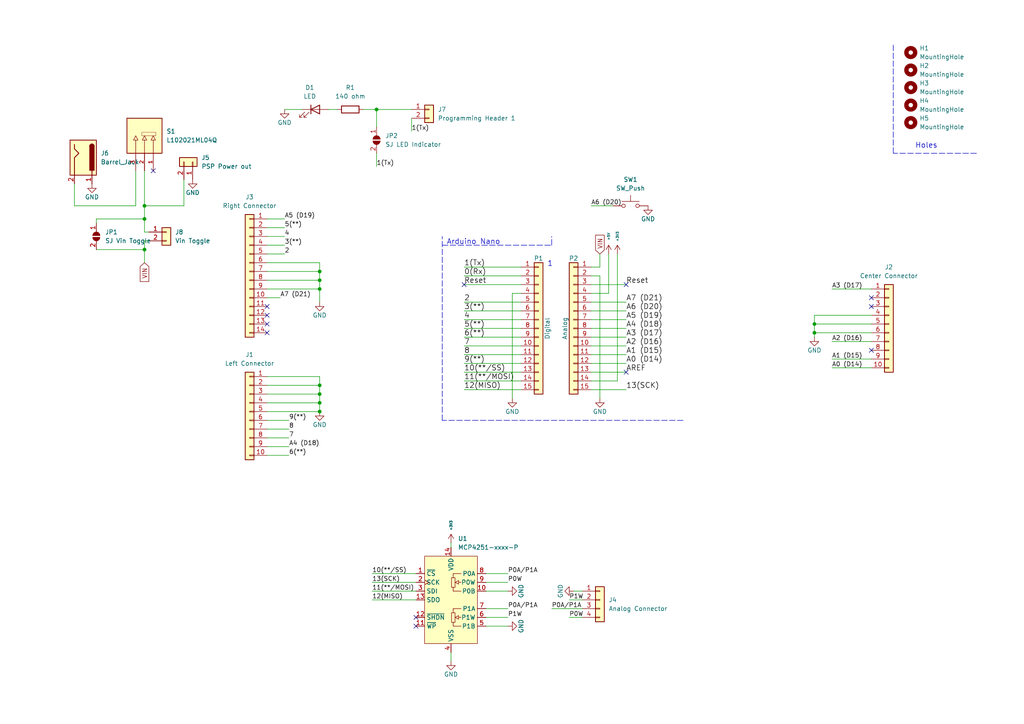
<source format=kicad_sch>
(kicad_sch (version 20211123) (generator eeschema)
  (paper "A4")
  (title_block (date "jeu. 02 avril 2015"))
  (lib_symbols
    (symbol "Connector:Barrel_Jack" (pin_names (offset 1.016))
      (property "Reference" "J" (at 0 5.334 0))
      (property "Value" "Barrel_Jack" (at 0 -5.08 0))
      (symbol "Barrel_Jack_0_1"
        (rectangle (start -5.08 3.81) (end 5.08 -3.81) (stroke (width 0.254)) (fill (type background)))
        (arc (start -3.302 3.175) (mid -3.937 2.54) (end -3.302 1.905) (stroke (width 0.254)))
        (arc (start -3.302 3.175) (mid -3.937 2.54) (end -3.302 1.905) (stroke (width 0.254)) (fill (type outline)))
        (polyline (pts (xy 5.08 2.54) (xy 3.81 2.54)) (stroke (width 0.254)))
        (polyline (pts (xy -3.81 -2.54) (xy -2.54 -2.54) (xy -1.27 -1.27) (xy 0 -2.54) (xy 2.54 -2.54) (xy 5.08 -2.54)) (stroke (width 0.254)))
        (rectangle (start 3.683 3.175) (end -3.302 1.905) (stroke (width 0.254)) (fill (type outline)))
      )
      (symbol "Barrel_Jack_1_1"
        (pin passive line (at 7.62 2.54 180) (length 2.54) (name "~") (number "1"))
        (pin passive line (at 7.62 -2.54 180) (length 2.54) (name "~") (number "2"))
      )
    )
    (symbol "Connector_Generic:Conn_01x02" (pin_names (offset 1.016) hide)
      (property "Reference" "J" (at 0 2.54 0))
      (property "Value" "Conn_01x02" (at 0 -5.08 0))
      (symbol "Conn_01x02_1_1"
        (rectangle (start -1.27 -2.413) (end 0 -2.667) (stroke (width 0.1524)))
        (rectangle (start -1.27 0.127) (end 0 -0.127) (stroke (width 0.1524)))
        (rectangle (start -1.27 1.27) (end 1.27 -3.81) (stroke (width 0.254)) (fill (type background)))
        (pin passive line (at -5.08 0 0) (length 3.81) (name "Pin_1") (number "1"))
        (pin passive line (at -5.08 -2.54 0) (length 3.81) (name "Pin_2") (number "2"))
      )
    )
    (symbol "Connector_Generic:Conn_01x04" (pin_names (offset 1.016) hide)
      (property "Reference" "J" (at 0 5.08 0))
      (property "Value" "Conn_01x04" (at 0 -7.62 0))
      (symbol "Conn_01x04_1_1"
        (rectangle (start -1.27 -4.953) (end 0 -5.207) (stroke (width 0.1524)))
        (rectangle (start -1.27 -2.413) (end 0 -2.667) (stroke (width 0.1524)))
        (rectangle (start -1.27 0.127) (end 0 -0.127) (stroke (width 0.1524)))
        (rectangle (start -1.27 2.667) (end 0 2.413) (stroke (width 0.1524)))
        (rectangle (start -1.27 3.81) (end 1.27 -6.35) (stroke (width 0.254)) (fill (type background)))
        (pin passive line (at -5.08 2.54 0) (length 3.81) (name "Pin_1") (number "1"))
        (pin passive line (at -5.08 0 0) (length 3.81) (name "Pin_2") (number "2"))
        (pin passive line (at -5.08 -2.54 0) (length 3.81) (name "Pin_3") (number "3"))
        (pin passive line (at -5.08 -5.08 0) (length 3.81) (name "Pin_4") (number "4"))
      )
    )
    (symbol "Connector_Generic:Conn_01x10" (pin_names (offset 1.016) hide)
      (property "Reference" "J" (at 0 12.7 0))
      (property "Value" "Conn_01x10" (at 0 -15.24 0))
      (symbol "Conn_01x10_1_1"
        (rectangle (start -1.27 -12.573) (end 0 -12.827) (stroke (width 0.1524)))
        (rectangle (start -1.27 -10.033) (end 0 -10.287) (stroke (width 0.1524)))
        (rectangle (start -1.27 -7.493) (end 0 -7.747) (stroke (width 0.1524)))
        (rectangle (start -1.27 -4.953) (end 0 -5.207) (stroke (width 0.1524)))
        (rectangle (start -1.27 -2.413) (end 0 -2.667) (stroke (width 0.1524)))
        (rectangle (start -1.27 0.127) (end 0 -0.127) (stroke (width 0.1524)))
        (rectangle (start -1.27 2.667) (end 0 2.413) (stroke (width 0.1524)))
        (rectangle (start -1.27 5.207) (end 0 4.953) (stroke (width 0.1524)))
        (rectangle (start -1.27 7.747) (end 0 7.493) (stroke (width 0.1524)))
        (rectangle (start -1.27 10.287) (end 0 10.033) (stroke (width 0.1524)))
        (rectangle (start -1.27 11.43) (end 1.27 -13.97) (stroke (width 0.254)) (fill (type background)))
        (pin passive line (at -5.08 10.16 0) (length 3.81) (name "Pin_1") (number "1"))
        (pin passive line (at -5.08 -12.7 0) (length 3.81) (name "Pin_10") (number "10"))
        (pin passive line (at -5.08 7.62 0) (length 3.81) (name "Pin_2") (number "2"))
        (pin passive line (at -5.08 5.08 0) (length 3.81) (name "Pin_3") (number "3"))
        (pin passive line (at -5.08 2.54 0) (length 3.81) (name "Pin_4") (number "4"))
        (pin passive line (at -5.08 0 0) (length 3.81) (name "Pin_5") (number "5"))
        (pin passive line (at -5.08 -2.54 0) (length 3.81) (name "Pin_6") (number "6"))
        (pin passive line (at -5.08 -5.08 0) (length 3.81) (name "Pin_7") (number "7"))
        (pin passive line (at -5.08 -7.62 0) (length 3.81) (name "Pin_8") (number "8"))
        (pin passive line (at -5.08 -10.16 0) (length 3.81) (name "Pin_9") (number "9"))
      )
    )
    (symbol "Connector_Generic:Conn_01x14" (pin_names (offset 1.016) hide)
      (property "Reference" "J" (at 0 17.78 0))
      (property "Value" "Conn_01x14" (at 0 -20.32 0))
      (symbol "Conn_01x14_1_1"
        (rectangle (start -1.27 -17.653) (end 0 -17.907) (stroke (width 0.1524)))
        (rectangle (start -1.27 -15.113) (end 0 -15.367) (stroke (width 0.1524)))
        (rectangle (start -1.27 -12.573) (end 0 -12.827) (stroke (width 0.1524)))
        (rectangle (start -1.27 -10.033) (end 0 -10.287) (stroke (width 0.1524)))
        (rectangle (start -1.27 -7.493) (end 0 -7.747) (stroke (width 0.1524)))
        (rectangle (start -1.27 -4.953) (end 0 -5.207) (stroke (width 0.1524)))
        (rectangle (start -1.27 -2.413) (end 0 -2.667) (stroke (width 0.1524)))
        (rectangle (start -1.27 0.127) (end 0 -0.127) (stroke (width 0.1524)))
        (rectangle (start -1.27 2.667) (end 0 2.413) (stroke (width 0.1524)))
        (rectangle (start -1.27 5.207) (end 0 4.953) (stroke (width 0.1524)))
        (rectangle (start -1.27 7.747) (end 0 7.493) (stroke (width 0.1524)))
        (rectangle (start -1.27 10.287) (end 0 10.033) (stroke (width 0.1524)))
        (rectangle (start -1.27 12.827) (end 0 12.573) (stroke (width 0.1524)))
        (rectangle (start -1.27 15.367) (end 0 15.113) (stroke (width 0.1524)))
        (rectangle (start -1.27 16.51) (end 1.27 -19.05) (stroke (width 0.254)) (fill (type background)))
        (pin passive line (at -5.08 15.24 0) (length 3.81) (name "Pin_1") (number "1"))
        (pin passive line (at -5.08 -7.62 0) (length 3.81) (name "Pin_10") (number "10"))
        (pin passive line (at -5.08 -10.16 0) (length 3.81) (name "Pin_11") (number "11"))
        (pin passive line (at -5.08 -12.7 0) (length 3.81) (name "Pin_12") (number "12"))
        (pin passive line (at -5.08 -15.24 0) (length 3.81) (name "Pin_13") (number "13"))
        (pin passive line (at -5.08 -17.78 0) (length 3.81) (name "Pin_14") (number "14"))
        (pin passive line (at -5.08 12.7 0) (length 3.81) (name "Pin_2") (number "2"))
        (pin passive line (at -5.08 10.16 0) (length 3.81) (name "Pin_3") (number "3"))
        (pin passive line (at -5.08 7.62 0) (length 3.81) (name "Pin_4") (number "4"))
        (pin passive line (at -5.08 5.08 0) (length 3.81) (name "Pin_5") (number "5"))
        (pin passive line (at -5.08 2.54 0) (length 3.81) (name "Pin_6") (number "6"))
        (pin passive line (at -5.08 0 0) (length 3.81) (name "Pin_7") (number "7"))
        (pin passive line (at -5.08 -2.54 0) (length 3.81) (name "Pin_8") (number "8"))
        (pin passive line (at -5.08 -5.08 0) (length 3.81) (name "Pin_9") (number "9"))
      )
    )
    (symbol "Connector_Generic:Conn_01x15" (pin_names (offset 1.016) hide)
      (property "Reference" "J" (at 0 20.32 0))
      (property "Value" "Conn_01x15" (at 0 -20.32 0))
      (symbol "Conn_01x15_1_1"
        (rectangle (start -1.27 -17.653) (end 0 -17.907) (stroke (width 0.1524)))
        (rectangle (start -1.27 -15.113) (end 0 -15.367) (stroke (width 0.1524)))
        (rectangle (start -1.27 -12.573) (end 0 -12.827) (stroke (width 0.1524)))
        (rectangle (start -1.27 -10.033) (end 0 -10.287) (stroke (width 0.1524)))
        (rectangle (start -1.27 -7.493) (end 0 -7.747) (stroke (width 0.1524)))
        (rectangle (start -1.27 -4.953) (end 0 -5.207) (stroke (width 0.1524)))
        (rectangle (start -1.27 -2.413) (end 0 -2.667) (stroke (width 0.1524)))
        (rectangle (start -1.27 0.127) (end 0 -0.127) (stroke (width 0.1524)))
        (rectangle (start -1.27 2.667) (end 0 2.413) (stroke (width 0.1524)))
        (rectangle (start -1.27 5.207) (end 0 4.953) (stroke (width 0.1524)))
        (rectangle (start -1.27 7.747) (end 0 7.493) (stroke (width 0.1524)))
        (rectangle (start -1.27 10.287) (end 0 10.033) (stroke (width 0.1524)))
        (rectangle (start -1.27 12.827) (end 0 12.573) (stroke (width 0.1524)))
        (rectangle (start -1.27 15.367) (end 0 15.113) (stroke (width 0.1524)))
        (rectangle (start -1.27 17.907) (end 0 17.653) (stroke (width 0.1524)))
        (rectangle (start -1.27 19.05) (end 1.27 -19.05) (stroke (width 0.254)) (fill (type background)))
        (pin passive line (at -5.08 17.78 0) (length 3.81) (name "Pin_1") (number "1"))
        (pin passive line (at -5.08 -5.08 0) (length 3.81) (name "Pin_10") (number "10"))
        (pin passive line (at -5.08 -7.62 0) (length 3.81) (name "Pin_11") (number "11"))
        (pin passive line (at -5.08 -10.16 0) (length 3.81) (name "Pin_12") (number "12"))
        (pin passive line (at -5.08 -12.7 0) (length 3.81) (name "Pin_13") (number "13"))
        (pin passive line (at -5.08 -15.24 0) (length 3.81) (name "Pin_14") (number "14"))
        (pin passive line (at -5.08 -17.78 0) (length 3.81) (name "Pin_15") (number "15"))
        (pin passive line (at -5.08 15.24 0) (length 3.81) (name "Pin_2") (number "2"))
        (pin passive line (at -5.08 12.7 0) (length 3.81) (name "Pin_3") (number "3"))
        (pin passive line (at -5.08 10.16 0) (length 3.81) (name "Pin_4") (number "4"))
        (pin passive line (at -5.08 7.62 0) (length 3.81) (name "Pin_5") (number "5"))
        (pin passive line (at -5.08 5.08 0) (length 3.81) (name "Pin_6") (number "6"))
        (pin passive line (at -5.08 2.54 0) (length 3.81) (name "Pin_7") (number "7"))
        (pin passive line (at -5.08 0 0) (length 3.81) (name "Pin_8") (number "8"))
        (pin passive line (at -5.08 -2.54 0) (length 3.81) (name "Pin_9") (number "9"))
      )
    )
    (symbol "Device:LED" (pin_numbers hide) (pin_names (offset 1.016) hide)
      (property "Reference" "D" (at 0 2.54 0))
      (property "Value" "LED" (at 0 -2.54 0))
      (symbol "LED_0_1"
        (polyline (pts (xy -1.27 -1.27) (xy -1.27 1.27)) (stroke (width 0.254)))
        (polyline (pts (xy -1.27 0) (xy 1.27 0)))
        (polyline (pts (xy 1.27 -1.27) (xy 1.27 1.27) (xy -1.27 0) (xy 1.27 -1.27)) (stroke (width 0.254)))
        (polyline (pts (xy -3.048 -0.762) (xy -4.572 -2.286) (xy -3.81 -2.286) (xy -4.572 -2.286) (xy -4.572 -1.524)))
        (polyline (pts (xy -1.778 -0.762) (xy -3.302 -2.286) (xy -2.54 -2.286) (xy -3.302 -2.286) (xy -3.302 -1.524)))
      )
      (symbol "LED_1_1"
        (pin passive line (at -3.81 0 0) (length 2.54) (name "K") (number "1"))
        (pin passive line (at 3.81 0 180) (length 2.54) (name "A") (number "2"))
      )
    )
    (symbol "Device:R" (pin_numbers hide) (pin_names (offset 0))
      (property "Reference" "R" (at 2.032 0 90))
      (property "Value" "R" (at 0 0 90))
      (symbol "R_0_1"
        (rectangle (start -1.016 -2.54) (end 1.016 2.54) (stroke (width 0.254)))
      )
      (symbol "R_1_1"
        (pin passive line (at 0 3.81 270) (length 1.27) (name "~") (number "1"))
        (pin passive line (at 0 -3.81 90) (length 1.27) (name "~") (number "2"))
      )
    )
    (symbol "Jumper:SolderJumper_2_Open" (pin_names (offset 0) hide)
      (property "Reference" "JP" (at 0 2.032 0))
      (property "Value" "SolderJumper_2_Open" (at 0 -2.54 0))
      (symbol "SolderJumper_2_Open_0_1"
        (arc (start -0.254 1.016) (mid -1.27 0) (end -0.254 -1.016))
        (arc (start -0.254 1.016) (mid -1.27 0) (end -0.254 -1.016) (fill (type outline)))
        (polyline (pts (xy -0.254 1.016) (xy -0.254 -1.016)))
        (polyline (pts (xy 0.254 1.016) (xy 0.254 -1.016)))
        (arc (start 0.254 -1.016) (mid 1.27 0) (end 0.254 1.016))
        (arc (start 0.254 -1.016) (mid 1.27 0) (end 0.254 1.016) (fill (type outline)))
      )
      (symbol "SolderJumper_2_Open_1_1"
        (pin passive line (at -3.81 0 0) (length 2.54) (name "A") (number "1"))
        (pin passive line (at 3.81 0 180) (length 2.54) (name "B") (number "2"))
      )
    )
    (symbol "L102021ML04Q:L102021ML04Q" (pin_names (offset 1.016) hide)
      (property "Reference" "S" (at -5.08 6.35 0))
      (property "Value" "L102021ML04Q" (at -5.08 -6.35 0))
      (symbol "L102021ML04Q_0_0"
        (rectangle (start -5.08 -5.08) (end 5.08 5.08) (stroke (width 0.254)) (fill (type background)))
        (polyline (pts (xy -5.08 -2.54) (xy -1.27 -2.54)) (stroke (width 0.1524)))
        (polyline (pts (xy -5.08 0) (xy -1.27 0)) (stroke (width 0.1524)))
        (polyline (pts (xy -5.08 2.54) (xy -1.27 2.54)) (stroke (width 0.1524)))
        (polyline (pts (xy -1.27 -1.905) (xy -1.27 -3.175) (xy 0 -2.54) (xy -1.27 -1.905)) (stroke (width 0.1524)) (fill (type background)))
        (polyline (pts (xy -1.27 0.635) (xy -1.27 -0.635) (xy 0 0) (xy -1.27 0.635)) (stroke (width 0.1524)) (fill (type background)))
        (polyline (pts (xy -1.27 3.175) (xy -1.27 1.905) (xy 0 2.54) (xy -1.27 3.175)) (stroke (width 0.1524)) (fill (type background)))
        (polyline (pts (xy 0 3.302) (xy 0 -0.762) (xy 1.016 -0.762) (xy 1.016 3.302) (xy 0 3.302)) (stroke (width 0.0254)) (fill (type background)))
        (pin passive line (at -10.16 2.54 0) (length 5.08) (name "~") (number "1"))
        (pin passive line (at -10.16 0 0) (length 5.08) (name "~") (number "2"))
        (pin passive line (at -10.16 -2.54 0) (length 5.08) (name "~") (number "3"))
      )
    )
    (symbol "Mechanical:MountingHole" (pin_names (offset 1.016))
      (property "Reference" "H" (at 0 5.08 0))
      (property "Value" "MountingHole" (at 0 3.175 0))
      (symbol "MountingHole_0_1"
        (circle (center 0 0) (radius 1.27) (stroke (width 1.27)))
      )
    )
    (symbol "Potentiometer_Digital:MCP4251-xxxx-P"
      (property "Reference" "U" (at -0.508 18.288 0))
      (property "Value" "MCP4251-xxxx-P" (at -0.508 20.32 0))
      (symbol "MCP4251-xxxx-P_0_1"
        (polyline (pts (xy 0 12.7) (xy 7.62 12.7) (xy 7.62 0) (xy 7.62 -12.7) (xy -7.62 -12.7) (xy -7.62 12.7) (xy 0 12.7)) (fill (type background)))
      )
      (symbol "MCP4251-xxxx-P_1_1"
        (polyline (pts (xy 0.635 -7.366) (xy 0.635 -6.5278)))
        (polyline (pts (xy 0.635 -2.7686) (xy 0.635 -3.7084)))
        (polyline (pts (xy 0.635 2.794) (xy 0.635 3.6322)))
        (polyline (pts (xy 0.635 7.3914) (xy 0.635 6.4516)))
        (polyline (pts (xy 2.2098 -5.0546) (xy 2.921 -5.0546)))
        (polyline (pts (xy 2.2098 5.1054) (xy 2.921 5.1054)))
        (polyline (pts (xy 0.635 -7.62) (xy 0.635 -7.366) (xy 0.635 -7.366)) (fill (type background)))
        (polyline (pts (xy 0.635 -7.62) (xy 2.921 -7.62) (xy 2.921 -7.62)) (fill (type background)))
        (polyline (pts (xy 0.635 -2.54) (xy 0.635 -2.794) (xy 0.635 -2.794)))
        (polyline (pts (xy 0.635 -2.54) (xy 2.921 -2.54) (xy 2.921 -2.54)) (fill (type background)))
        (polyline (pts (xy 0.635 2.54) (xy 0.635 2.794) (xy 0.635 2.794)) (fill (type background)))
        (polyline (pts (xy 0.635 2.54) (xy 2.921 2.54) (xy 2.921 2.54)) (fill (type background)))
        (polyline (pts (xy 0.635 7.62) (xy 0.635 7.366) (xy 0.635 7.366)))
        (polyline (pts (xy 0.635 7.62) (xy 2.921 7.62) (xy 2.921 7.62)) (fill (type background)))
        (polyline (pts (xy 2.2098 -4.572) (xy 2.2098 -5.588) (xy 1.1938 -5.08) (xy 2.2098 -4.572) (xy 2.2098 -4.572)) (fill (type background)))
        (polyline (pts (xy 2.2098 5.588) (xy 2.2098 4.572) (xy 1.1938 5.08) (xy 2.2098 5.588) (xy 2.2098 5.588)) (fill (type background)))
        (rectangle (start 0.1524 -3.7338) (end 1.1684 -6.5278))
        (rectangle (start 0.1524 6.4262) (end 1.1684 3.6322))
        (pin input line (at -10.16 7.62 0) (length 2.54) (name "~{CS}") (number "1"))
        (pin passive line (at 10.16 2.54 180) (length 2.54) (name "P0B") (number "10"))
        (pin input line (at -10.16 -7.62 0) (length 2.54) (name "~{WP}") (number "11"))
        (pin input line (at -10.16 -5.08 0) (length 2.54) (name "~{SHDN}") (number "12"))
        (pin output line (at -10.16 0 0) (length 2.54) (name "SDO") (number "13"))
        (pin power_in line (at 0 15.24 270) (length 2.54) (name "VDD") (number "14"))
        (pin input clock (at -10.16 5.08 0) (length 2.54) (name "SCK") (number "2"))
        (pin input line (at -10.16 2.54 0) (length 2.54) (name "SDI") (number "3"))
        (pin power_in line (at 0 -15.24 90) (length 2.54) (name "VSS") (number "4"))
        (pin passive line (at 10.16 -7.62 180) (length 2.54) (name "P1B") (number "5"))
        (pin passive line (at 10.16 -5.08 180) (length 2.54) (name "P1W") (number "6"))
        (pin passive line (at 10.16 -2.54 180) (length 2.54) (name "P1A") (number "7"))
        (pin passive line (at 10.16 7.62 180) (length 2.54) (name "P0A") (number "8"))
        (pin passive line (at 10.16 5.08 180) (length 2.54) (name "P0W") (number "9"))
      )
    )
    (symbol "Switch:SW_Push" (pin_numbers hide) (pin_names (offset 1.016) hide)
      (property "Reference" "SW" (at 1.27 2.54 0))
      (property "Value" "SW_Push" (at 0 -1.524 0))
      (symbol "SW_Push_0_1"
        (circle (center -2.032 0) (radius 0.508))
        (polyline (pts (xy 0 1.27) (xy 0 3.048)))
        (polyline (pts (xy 2.54 1.27) (xy -2.54 1.27)))
        (circle (center 2.032 0) (radius 0.508))
        (pin passive line (at -5.08 0 0) (length 2.54) (name "1") (number "1"))
        (pin passive line (at 5.08 0 180) (length 2.54) (name "2") (number "2"))
      )
    )
    (symbol "power:+3V3" (power) (pin_names (offset 0))
      (property "Value" "+3V3" (at 0 3.556 0))
      (symbol "+3V3_0_1"
        (polyline (pts (xy -0.762 1.27) (xy 0 2.54)))
        (polyline (pts (xy 0 0) (xy 0 2.54)))
        (polyline (pts (xy 0 2.54) (xy 0.762 1.27)))
      )
      (symbol "+3V3_1_1"
        (pin power_in line (at 0 0 90) (length 0) hide (name "+3V3") (number "1"))
      )
    )
    (symbol "power:+5V" (power) (pin_names (offset 0))
      (property "Value" "+5V" (at 0 3.556 0))
      (symbol "+5V_0_1"
        (polyline (pts (xy -0.762 1.27) (xy 0 2.54)))
        (polyline (pts (xy 0 0) (xy 0 2.54)))
        (polyline (pts (xy 0 2.54) (xy 0.762 1.27)))
      )
      (symbol "+5V_1_1"
        (pin power_in line (at 0 0 90) (length 0) hide (name "+5V") (number "1"))
      )
    )
    (symbol "power:GND" (power) (pin_names (offset 0))
      (property "Value" "GND" (at 0 -3.81 0))
      (symbol "GND_0_1"
        (polyline (pts (xy 0 0) (xy 0 -1.27) (xy 1.27 -1.27) (xy 0 -2.54) (xy -1.27 -1.27) (xy 0 -1.27)))
      )
      (symbol "GND_1_1"
        (pin power_in line (at 0 0 270) (length 0) hide (name "GND") (number "1"))
      )
    )
  )
  (junction (at 236.22 93.98))
  (junction (at 92.71 116.84))
  (junction (at 41.91 59.69))
  (junction (at 92.71 111.76))
  (junction (at 41.91 63.5))
  (junction (at 92.71 119.38))
  (junction (at 236.22 96.52))
  (junction (at 92.71 78.74))
  (junction (at 92.71 114.3))
  (junction (at 92.71 83.82))
  (junction (at 41.91 72.39))
  (junction (at 109.22 31.75))
  (junction (at 92.71 81.28))
  (no_connect (at 181.61 82.55))
  (no_connect (at 44.45 49.53))
  (no_connect (at 77.47 88.9))
  (no_connect (at 77.47 91.44))
  (no_connect (at 77.47 93.98))
  (no_connect (at 77.47 96.52))
  (no_connect (at 252.73 86.36))
  (no_connect (at 252.73 88.9))
  (no_connect (at 252.73 101.6))
  (no_connect (at 120.65 181.61))
  (no_connect (at 120.65 179.07))
  (no_connect (at 181.61 107.95))
  (no_connect (at 134.62 82.55))
  (wire (pts (xy 77.47 81.28) (xy 92.71 81.28)))
  (wire (pts (xy 21.59 53.34) (xy 21.59 59.69)))
  (wire (pts (xy 241.3 99.06) (xy 252.73 99.06)))
  (wire (pts (xy 53.34 59.69) (xy 53.34 52.07)))
  (wire (pts (xy 160.02 176.53) (xy 168.91 176.53)))
  (wire (pts (xy 39.37 59.69) (xy 39.37 49.53)))
  (wire (pts (xy 241.3 104.14) (xy 252.73 104.14)))
  (wire (pts (xy 241.3 106.68) (xy 252.73 106.68)))
  (wire (pts (xy 92.71 81.28) (xy 92.71 83.82)))
  (wire (pts (xy 179.07 73.66) (xy 179.07 110.49)))
  (wire (pts (xy 181.61 107.95) (xy 171.45 107.95)))
  (wire (pts (xy 92.71 78.74) (xy 92.71 81.28)))
  (wire (pts (xy 171.45 59.69) (xy 177.8 59.69)))
  (wire (pts (xy 77.47 66.04) (xy 82.55 66.04)))
  (wire (pts (xy 173.99 77.47) (xy 173.99 73.66)))
  (wire (pts (xy 77.47 121.92) (xy 83.82 121.92)))
  (wire (pts (xy 77.47 124.46) (xy 83.82 124.46)))
  (wire (pts (xy 92.71 109.22) (xy 92.71 111.76)))
  (wire (pts (xy 130.81 191.77) (xy 130.81 189.23)))
  (wire (pts (xy 236.22 93.98) (xy 236.22 96.52)))
  (wire (pts (xy 168.91 171.45) (xy 166.37 171.45)))
  (wire (pts (xy 171.45 113.03) (xy 181.61 113.03)))
  (wire (pts (xy 77.47 76.2) (xy 92.71 76.2)))
  (wire (pts (xy 134.62 82.55) (xy 151.13 82.55)))
  (wire (pts (xy 134.62 97.79) (xy 151.13 97.79)))
  (wire (pts (xy 171.45 92.71) (xy 181.61 92.71)))
  (wire (pts (xy 77.47 111.76) (xy 92.71 111.76)))
  (polyline (pts (xy 160.02 71.12) (xy 160.02 68.58)) (stroke (width 0) (type dash)))
  (wire (pts (xy 95.25 31.75) (xy 97.79 31.75)))
  (wire (pts (xy 171.45 77.47) (xy 173.99 77.47)))
  (wire (pts (xy 92.71 76.2) (xy 92.71 78.74)))
  (wire (pts (xy 176.53 85.09) (xy 171.45 85.09)))
  (wire (pts (xy 41.91 63.5) (xy 27.94 63.5)))
  (wire (pts (xy 140.97 171.45) (xy 147.32 171.45)))
  (wire (pts (xy 165.1 179.07) (xy 168.91 179.07)))
  (wire (pts (xy 77.47 132.08) (xy 83.82 132.08)))
  (wire (pts (xy 77.47 86.36) (xy 81.28 86.36)))
  (polyline (pts (xy 283.21 44.45) (xy 259.08 44.45)) (stroke (width 0) (type dash)))
  (wire (pts (xy 77.47 114.3) (xy 92.71 114.3)))
  (wire (pts (xy 252.73 91.44) (xy 236.22 91.44)))
  (wire (pts (xy 252.73 93.98) (xy 236.22 93.98)))
  (wire (pts (xy 181.61 90.17) (xy 171.45 90.17)))
  (wire (pts (xy 236.22 97.79) (xy 236.22 96.52)))
  (wire (pts (xy 165.1 173.99) (xy 168.91 173.99)))
  (wire (pts (xy 134.62 110.49) (xy 151.13 110.49)))
  (wire (pts (xy 134.62 92.71) (xy 151.13 92.71)))
  (wire (pts (xy 120.65 171.45) (xy 107.95 171.45)))
  (wire (pts (xy 77.47 109.22) (xy 92.71 109.22)))
  (wire (pts (xy 109.22 44.45) (xy 109.22 48.26)))
  (wire (pts (xy 171.45 95.25) (xy 181.61 95.25)))
  (wire (pts (xy 41.91 59.69) (xy 53.34 59.69)))
  (wire (pts (xy 43.18 69.85) (xy 41.91 69.85)))
  (wire (pts (xy 119.38 38.1) (xy 119.38 34.29)))
  (polyline (pts (xy 128.27 121.92) (xy 128.27 68.58)) (stroke (width 0) (type dash)))
  (wire (pts (xy 236.22 91.44) (xy 236.22 93.98)))
  (wire (pts (xy 41.91 67.31) (xy 41.91 63.5)))
  (wire (pts (xy 140.97 181.61) (xy 147.32 181.61)))
  (wire (pts (xy 77.47 63.5) (xy 82.55 63.5)))
  (wire (pts (xy 107.95 173.99) (xy 120.65 173.99)))
  (wire (pts (xy 120.65 168.91) (xy 107.95 168.91)))
  (wire (pts (xy 27.94 63.5) (xy 27.94 64.77)))
  (wire (pts (xy 134.62 87.63) (xy 151.13 87.63)))
  (wire (pts (xy 173.99 115.57) (xy 173.99 80.01)))
  (wire (pts (xy 92.71 119.38) (xy 92.71 116.84)))
  (wire (pts (xy 77.47 83.82) (xy 92.71 83.82)))
  (wire (pts (xy 77.47 119.38) (xy 92.71 119.38)))
  (wire (pts (xy 140.97 168.91) (xy 147.32 168.91)))
  (wire (pts (xy 77.47 78.74) (xy 92.71 78.74)))
  (wire (pts (xy 181.61 82.55) (xy 171.45 82.55)))
  (wire (pts (xy 140.97 179.07) (xy 147.32 179.07)))
  (wire (pts (xy 134.62 95.25) (xy 151.13 95.25)))
  (wire (pts (xy 171.45 97.79) (xy 181.61 97.79)))
  (wire (pts (xy 41.91 72.39) (xy 41.91 76.2)))
  (wire (pts (xy 92.71 83.82) (xy 92.71 87.63)))
  (wire (pts (xy 173.99 80.01) (xy 171.45 80.01)))
  (wire (pts (xy 171.45 105.41) (xy 181.61 105.41)))
  (wire (pts (xy 77.47 116.84) (xy 92.71 116.84)))
  (wire (pts (xy 134.62 77.47) (xy 151.13 77.47)))
  (wire (pts (xy 105.41 31.75) (xy 109.22 31.75)))
  (wire (pts (xy 140.97 166.37) (xy 147.32 166.37)))
  (wire (pts (xy 134.62 107.95) (xy 151.13 107.95)))
  (wire (pts (xy 179.07 110.49) (xy 171.45 110.49)))
  (wire (pts (xy 21.59 59.69) (xy 39.37 59.69)))
  (wire (pts (xy 41.91 69.85) (xy 41.91 72.39)))
  (wire (pts (xy 176.53 73.66) (xy 176.53 85.09)))
  (wire (pts (xy 140.97 176.53) (xy 147.32 176.53)))
  (wire (pts (xy 134.62 102.87) (xy 151.13 102.87)))
  (wire (pts (xy 148.59 85.09) (xy 148.59 115.57)))
  (wire (pts (xy 41.91 49.53) (xy 41.91 59.69)))
  (wire (pts (xy 134.62 100.33) (xy 151.13 100.33)))
  (polyline (pts (xy 128.27 71.12) (xy 160.02 71.12)) (stroke (width 0) (type dash)))
  (wire (pts (xy 77.47 71.12) (xy 82.55 71.12)))
  (wire (pts (xy 134.62 80.01) (xy 151.13 80.01)))
  (wire (pts (xy 134.62 90.17) (xy 151.13 90.17)))
  (wire (pts (xy 252.73 96.52) (xy 236.22 96.52)))
  (wire (pts (xy 171.45 102.87) (xy 181.61 102.87)))
  (wire (pts (xy 134.62 105.41) (xy 151.13 105.41)))
  (wire (pts (xy 119.38 31.75) (xy 109.22 31.75)))
  (wire (pts (xy 82.55 31.75) (xy 87.63 31.75)))
  (wire (pts (xy 41.91 63.5) (xy 41.91 59.69)))
  (wire (pts (xy 92.71 111.76) (xy 92.71 114.3)))
  (wire (pts (xy 109.22 36.83) (xy 109.22 31.75)))
  (wire (pts (xy 43.18 67.31) (xy 41.91 67.31)))
  (wire (pts (xy 134.62 113.03) (xy 151.13 113.03)))
  (wire (pts (xy 92.71 114.3) (xy 92.71 116.84)))
  (polyline (pts (xy 198.12 121.92) (xy 128.27 121.92)) (stroke (width 0) (type dash)))
  (wire (pts (xy 77.47 127) (xy 83.82 127)))
  (wire (pts (xy 27.94 72.39) (xy 41.91 72.39)))
  (wire (pts (xy 130.81 157.48) (xy 130.81 158.75)))
  (wire (pts (xy 171.45 100.33) (xy 181.61 100.33)))
  (wire (pts (xy 241.3 83.82) (xy 252.73 83.82)))
  (wire (pts (xy 171.45 87.63) (xy 181.61 87.63)))
  (wire (pts (xy 77.47 68.58) (xy 82.55 68.58)))
  (wire (pts (xy 151.13 85.09) (xy 148.59 85.09)))
  (wire (pts (xy 77.47 73.66) (xy 82.55 73.66)))
  (polyline (pts (xy 259.08 44.45) (xy 259.08 12.7)) (stroke (width 0) (type dash)))
  (wire (pts (xy 77.47 129.54) (xy 83.82 129.54)))
  (wire (pts (xy 107.95 166.37) (xy 120.65 166.37)))
  (text "Holes" (at 265.43 43.18 0) (effects (font (size 1.524 1.524)) (justify left bottom)))
  (text "Arduino Nano" (at 129.54 71.12 0) (effects (font (size 1.524 1.524)) (justify left bottom)))
  (text "1" (at 158.75 77.47 0) (effects (font (size 1.524 1.524)) (justify left bottom)))
  (label "8" (at 134.62 102.87 0) (effects (font (size 1.524 1.524))))
  (label "A2 (D16)" (at 181.61 100.33 0) (effects (font (size 1.524 1.524))))
  (label "12(MISO)" (at 134.62 113.03 0) (effects (font (size 1.524 1.524))))
  (label "0(Rx)" (at 134.62 80.01 0) (effects (font (size 1.524 1.524))))
  (label "5(**)" (at 82.55 66.04 0))
  (label "13(SCK)" (at 181.61 113.03 0) (effects (font (size 1.524 1.524))))
  (label "11(**{slash}MOSI)" (at 107.95 171.45 0))
  (label "A5 (D19)" (at 82.55 63.5 0))
  (label "2" (at 134.62 87.63 0) (effects (font (size 1.524 1.524))))
  (label "3(**)" (at 82.55 71.12 0))
  (label "Reset" (at 181.61 82.55 0) (effects (font (size 1.524 1.524))))
  (label "P0A{slash}P1A" (at 147.32 166.37 0))
  (label "A6 (D20)" (at 181.61 90.17 0) (effects (font (size 1.524 1.524))))
  (label "A0 (D14)" (at 181.61 105.41 0) (effects (font (size 1.524 1.524))))
  (label "A1 (D15)" (at 181.61 102.87 0) (effects (font (size 1.524 1.524))))
  (label "10(**{slash}SS)" (at 107.95 166.37 0))
  (label "P0W" (at 147.32 168.91 0))
  (label "4" (at 134.62 92.71 0) (effects (font (size 1.524 1.524))))
  (label "5(**)" (at 134.62 95.25 0) (effects (font (size 1.524 1.524))))
  (label "A3 (D17)" (at 181.61 97.79 0) (effects (font (size 1.524 1.524))))
  (label "P1W" (at 147.32 179.07 0))
  (label "A3 (D17)" (at 241.3 83.82 0))
  (label "6(**)" (at 83.82 132.08 0))
  (label "7" (at 134.62 100.33 0) (effects (font (size 1.524 1.524))))
  (label "1(Tx)" (at 109.22 48.26 0))
  (label "A6 (D20)" (at 171.45 59.69 0))
  (label "1(Tx)" (at 134.62 77.47 0) (effects (font (size 1.524 1.524))))
  (label "A7 (D21)" (at 181.61 87.63 0) (effects (font (size 1.524 1.524))))
  (label "11(**/MOSI)" (at 134.62 110.49 0) (effects (font (size 1.524 1.524))))
  (label "6(**)" (at 134.62 97.79 0) (effects (font (size 1.524 1.524))))
  (label "A5 (D19)" (at 181.61 92.71 0) (effects (font (size 1.524 1.524))))
  (label "A2 (D16)" (at 241.3 99.06 0))
  (label "P0W" (at 165.1 179.07 0))
  (label "P1W" (at 165.1 173.99 0))
  (label "1(Tx)" (at 119.38 38.1 0))
  (label "P0A{slash}P1A" (at 147.32 176.53 0))
  (label "P0A{slash}P1A" (at 160.02 176.53 0))
  (label "A7 (D21)" (at 81.28 86.36 0))
  (label "A0 (D14)" (at 241.3 106.68 0))
  (label "2" (at 82.55 73.66 0))
  (label "A4 (D18)" (at 83.82 129.54 0))
  (label "8" (at 83.82 124.46 0))
  (label "Reset" (at 134.62 82.55 0) (effects (font (size 1.524 1.524))))
  (label "9(**)" (at 134.62 105.41 0) (effects (font (size 1.524 1.524))))
  (label "A1 (D15)" (at 241.3 104.14 0))
  (label "9(**)" (at 83.82 121.92 0))
  (label "3(**)" (at 134.62 90.17 0) (effects (font (size 1.524 1.524))))
  (label "4" (at 82.55 68.58 0))
  (label "A4 (D18)" (at 181.61 95.25 0) (effects (font (size 1.524 1.524))))
  (label "10(**/SS)" (at 134.62 107.95 0) (effects (font (size 1.524 1.524))))
  (label "13(SCK)" (at 107.95 168.91 0))
  (label "7" (at 83.82 127 0))
  (label "12(MISO)" (at 107.95 173.99 0))
  (label "AREF" (at 181.61 107.95 0) (effects (font (size 1.524 1.524))))
  (global_label "VIN" (shape input) (at 173.99 73.66 90) (property "Intersheet References" "${INTERSHEET_REFS}" (effects hide)))
  (global_label "VIN" (shape input) (at 41.91 76.2 270) (property "Intersheet References" "${INTERSHEET_REFS}" (effects hide)))
  (symbol (lib_id "Connector_Generic:Conn_01x15") (at 156.21 95.25 0) (unit 1)
    (property "Reference" "P1" (at 156.21 74.93 0))
    (property "Value" "Digital" (at 158.75 95.25 90))
    (property "Footprint" "Socket_Arduino_Nano:Socket_Strip_Arduino_1x15" (effects hide))
  )
  (symbol (lib_id "Connector_Generic:Conn_01x15") (at 166.37 95.25 0) (mirror y) (unit 1)
    (property "Reference" "P2" (at 166.37 74.93 0))
    (property "Value" "Analog" (at 163.83 95.25 90))
    (property "Footprint" "Socket_Arduino_Nano:Socket_Strip_Arduino_1x15" (effects hide))
  )
  (symbol (lib_id "power:GND") (at 148.59 115.57 0) (unit 1)
    (property "Reference" "#PWR01" (effects hide))
    (property "Value" "GND" (at 148.59 119.38 0))
  )
  (symbol (lib_id "power:GND") (at 173.99 115.57 0) (unit 1)
    (property "Reference" "#PWR02" (effects hide))
    (property "Value" "GND" (at 173.99 119.38 0))
  )
  (symbol (lib_id "power:+5V") (at 176.53 73.66 0) (unit 1)
    (property "Reference" "#PWR03" (effects hide))
    (property "Value" "+5V" (at 176.53 68.58 90) (effects (font (size 0.7112 0.7112))))
  )
  (symbol (lib_id "power:+3V3") (at 179.07 73.66 0) (unit 1)
    (property "Reference" "#PWR04" (effects hide))
    (property "Value" "+3.3V" (at 179.07 68.58 90) (effects (font (size 0.7112 0.7112))))
  )
  (symbol (lib_id "Potentiometer_Digital:MCP4251-xxxx-P") (at 130.81 173.99 0) (unit 1)
    (property "Reference" "U1" (at 132.8294 156.21 0) (effects (justify left)))
    (property "Value" "MCP4251-xxxx-P" (at 132.8294 158.75 0) (effects (justify left)))
    (property "Footprint" "Package_DIP:DIP-14_W7.62mm" (effects hide))
    (property "Datasheet" "http://ww1.microchip.com/downloads/en/devicedoc/22060b.pdf" (effects hide))
  )
  (symbol (lib_id "power:GND") (at 82.55 31.75 0) (unit 1)
    (property "Reference" "#PWR0112" (effects hide))
    (property "Value" "GND" (at 82.55 35.56 0))
  )
  (symbol (lib_id "Mechanical:MountingHole") (at 264.16 25.4 0) (unit 1)
    (property "Reference" "H3" (at 266.7 24.1299 0) (effects (justify left)))
    (property "Value" "MountingHole" (at 266.7 26.6699 0) (effects (justify left)))
    (property "Footprint" "MountingHole:MountingHole_2.5mm" (effects hide))
  )
  (symbol (lib_id "power:GND") (at 55.88 52.07 0) (unit 1)
    (property "Reference" "#PWR0107" (effects hide))
    (property "Value" "GND" (at 55.88 55.88 0))
  )
  (symbol (lib_id "Mechanical:MountingHole") (at 264.16 30.48 0) (unit 1)
    (property "Reference" "H4" (at 266.7 29.2099 0) (effects (justify left)))
    (property "Value" "MountingHole" (at 266.7 31.7499 0) (effects (justify left)))
    (property "Footprint" "MountingHole:MountingHole_2.5mm" (effects hide))
  )
  (symbol (lib_id "power:GND") (at 26.67 53.34 0) (unit 1)
    (property "Reference" "#PWR0106" (effects hide))
    (property "Value" "GND" (at 26.67 57.15 0))
  )
  (symbol (lib_id "Connector_Generic:Conn_01x02") (at 55.88 46.99 270) (mirror x) (unit 1)
    (property "Reference" "J5" (at 58.42 45.7199 90) (effects (justify left)))
    (property "Value" "PSP Power out" (at 58.42 48.2599 90) (effects (justify left)))
    (property "Footprint" "Connector_PinHeader_2.54mm:PinHeader_1x02_P2.54mm_Vertical" (effects hide))
  )
  (symbol (lib_id "Device:LED") (at 91.44 31.75 0) (unit 1)
    (property "Reference" "D1" (at 89.8525 25.4 0))
    (property "Value" "LED" (at 89.8525 27.94 0))
    (property "Footprint" "LED_THT:LED_D3.0mm_Horizontal_O1.27mm_Z6.0mm" (effects hide))
  )
  (symbol (lib_id "power:GND") (at 130.81 191.77 0) (unit 1)
    (property "Reference" "#PWR0102" (effects hide))
    (property "Value" "GND" (at 130.81 195.58 0))
  )
  (symbol (lib_id "Mechanical:MountingHole") (at 264.16 20.32 0) (unit 1)
    (property "Reference" "H2" (at 266.7 19.0499 0) (effects (justify left)))
    (property "Value" "MountingHole" (at 266.7 21.5899 0) (effects (justify left)))
    (property "Footprint" "MountingHole:MountingHole_2.5mm" (effects hide))
  )
  (symbol (lib_id "L102021ML04Q:L102021ML04Q") (at 41.91 39.37 270) (mirror x) (unit 1)
    (property "Reference" "S1" (at 48.26 38.0999 90) (effects (justify left)))
    (property "Value" "L102021ML04Q" (at 48.26 40.6399 90) (effects (justify left)))
    (property "Footprint" "L102021ML04Q:SW_L102021ML04Q" (effects hide))
    (property "STANDARD" "Manufacturer Recommendations" (effects hide))
    (property "PARTREV" "N/A" (effects hide))
    (property "MAXIMUM_PACKAGE_HEIGHT" "7.92mm" (effects hide))
    (property "MANUFACTURER" "C&K" (effects hide))
  )
  (symbol (lib_id "Connector:Barrel_Jack") (at 24.13 45.72 270) (unit 1)
    (property "Reference" "J6" (at 29.21 44.4499 90) (effects (justify left)))
    (property "Value" "Barrel_Jack" (at 29.21 46.9899 90) (effects (justify left)))
    (property "Footprint" "Connector_BarrelJack:BarrelJack_CUI_PJ-063AH_Horizontal" (effects hide))
  )
  (symbol (lib_id "power:GND") (at 92.71 87.63 0) (unit 1)
    (property "Reference" "#PWR0109" (effects hide))
    (property "Value" "GND" (at 92.71 91.44 0))
  )
  (symbol (lib_id "power:GND") (at 166.37 171.45 270) (unit 1)
    (property "Reference" "#PWR0103" (effects hide))
    (property "Value" "GND" (at 162.56 171.45 0))
  )
  (symbol (lib_id "Connector_Generic:Conn_01x14") (at 72.39 78.74 0) (mirror y) (unit 1)
    (property "Reference" "J3" (at 72.39 57.15 0))
    (property "Value" "Right Connector" (at 72.39 59.69 0))
    (property "Footprint" "Connector_FFC-FPC:Hirose_FH12-14S-0.5SH_1x14-1MP_P0.50mm_Horizontal" (effects hide))
  )
  (symbol (lib_id "Jumper:SolderJumper_2_Open") (at 27.94 68.58 90) (mirror x) (unit 1)
    (property "Reference" "JP1" (at 30.48 67.3099 90) (effects (justify right)))
    (property "Value" "SJ Vin Toggle" (at 30.48 69.8499 90) (effects (justify right)))
    (property "Footprint" "Jumper:SolderJumper-2_P1.3mm_Open_Pad1.0x1.5mm" (effects hide))
  )
  (symbol (lib_id "power:+3V3") (at 130.81 157.48 0) (unit 1)
    (property "Reference" "#PWR0101" (effects hide))
    (property "Value" "+3.3V" (at 130.81 152.4 90) (effects (font (size 0.7112 0.7112))))
  )
  (symbol (lib_id "Device:R") (at 101.6 31.75 270) (unit 1)
    (property "Reference" "R1" (at 101.6 25.4 90))
    (property "Value" "140 ohm" (at 101.6 27.94 90))
    (property "Footprint" "Resistor_THT:R_Axial_DIN0207_L6.3mm_D2.5mm_P10.16mm_Horizontal" (effects hide))
  )
  (symbol (lib_id "Switch:SW_Push") (at 182.88 59.69 0) (unit 1)
    (property "Reference" "SW1" (at 182.88 52.07 0))
    (property "Value" "SW_Push" (at 182.88 54.61 0))
    (property "Footprint" "Button_Switch_SMD:SW_Push_1P1T_NO_6x6mm_H9.5mm" (effects hide))
  )
  (symbol (lib_id "power:GND") (at 187.96 59.69 0) (unit 1)
    (property "Reference" "#PWR0110" (effects hide))
    (property "Value" "GND" (at 187.96 63.5 0))
  )
  (symbol (lib_id "Connector_Generic:Conn_01x02") (at 124.46 31.75 0) (unit 1)
    (property "Reference" "J7" (at 127 31.7499 0) (effects (justify left)))
    (property "Value" "Programming Header 1" (at 127 34.2899 0) (effects (justify left)))
    (property "Footprint" "Connector_PinHeader_2.54mm:PinHeader_1x02_P2.54mm_Vertical" (effects hide))
  )
  (symbol (lib_id "Connector_Generic:Conn_01x04") (at 173.99 173.99 0) (unit 1)
    (property "Reference" "J4" (at 176.53 173.9899 0) (effects (justify left)))
    (property "Value" "Analog Connector" (at 176.53 176.5299 0) (effects (justify left)))
    (property "Footprint" "Connector_PinHeader_2.54mm:PinHeader_1x04_P2.54mm_Vertical" (effects hide))
  )
  (symbol (lib_id "power:GND") (at 147.32 181.61 90) (mirror x) (unit 1)
    (property "Reference" "#PWR0111" (effects hide))
    (property "Value" "GND" (at 151.13 181.61 0))
  )
  (symbol (lib_id "Jumper:SolderJumper_2_Open") (at 109.22 40.64 90) (mirror x) (unit 1)
    (property "Reference" "JP2" (at 111.76 39.3699 90) (effects (justify right)))
    (property "Value" "SJ LED Indicator" (at 111.76 41.9099 90) (effects (justify right)))
    (property "Footprint" "Jumper:SolderJumper-2_P1.3mm_Open_Pad1.0x1.5mm" (effects hide))
  )
  (symbol (lib_id "Mechanical:MountingHole") (at 264.16 35.56 0) (unit 1)
    (property "Reference" "H5" (at 266.7 34.29 0) (effects (justify left)))
    (property "Value" "MountingHole" (at 266.7 36.8299 0) (effects (justify left)))
    (property "Footprint" "MountingHole:MountingHole_2.5mm" (effects hide))
  )
  (symbol (lib_id "Connector_Generic:Conn_01x02") (at 48.26 67.31 0) (unit 1)
    (property "Reference" "J8" (at 50.8 67.3099 0) (effects (justify left)))
    (property "Value" "Vin Toggle" (at 50.8 69.8499 0) (effects (justify left)))
    (property "Footprint" "Connector_PinHeader_2.54mm:PinHeader_1x02_P2.54mm_Vertical" (effects hide))
  )
  (symbol (lib_id "power:GND") (at 147.32 171.45 90) (mirror x) (unit 1)
    (property "Reference" "#PWR0104" (effects hide))
    (property "Value" "GND" (at 151.13 171.45 0))
  )
  (symbol (lib_id "power:GND") (at 236.22 97.79 0) (unit 1)
    (property "Reference" "#PWR0105" (effects hide))
    (property "Value" "GND" (at 236.22 101.6 0))
  )
  (symbol (lib_id "Connector_Generic:Conn_01x10") (at 257.81 93.98 0) (unit 1)
    (property "Reference" "J2" (at 257.81 77.47 0))
    (property "Value" "Center Connector" (at 257.81 80.01 0))
    (property "Footprint" "Connector_FFC-FPC:Hirose_FH12-10S-0.5SH_1x10-1MP_P0.50mm_Horizontal" (effects hide))
  )
  (symbol (lib_id "Mechanical:MountingHole") (at 264.16 15.24 0) (unit 1)
    (property "Reference" "H1" (at 266.7 13.9699 0) (effects (justify left)))
    (property "Value" "MountingHole" (at 266.7 16.5099 0) (effects (justify left)))
    (property "Footprint" "MountingHole:MountingHole_2.5mm" (effects hide))
  )
  (symbol (lib_id "Connector_Generic:Conn_01x10") (at 72.39 119.38 0) (mirror y) (unit 1)
    (property "Reference" "J1" (at 72.39 102.87 0))
    (property "Value" "Left Connector" (at 72.39 105.41 0))
    (property "Footprint" "Connector_FFC-FPC:Hirose_FH12-10S-0.5SH_1x10-1MP_P0.50mm_Horizontal" (effects hide))
  )
  (symbol (lib_id "power:GND") (at 92.71 119.38 0) (unit 1)
    (property "Reference" "#PWR0108" (effects hide))
    (property "Value" "GND" (at 92.71 123.19 0))
  )
)
</source>
